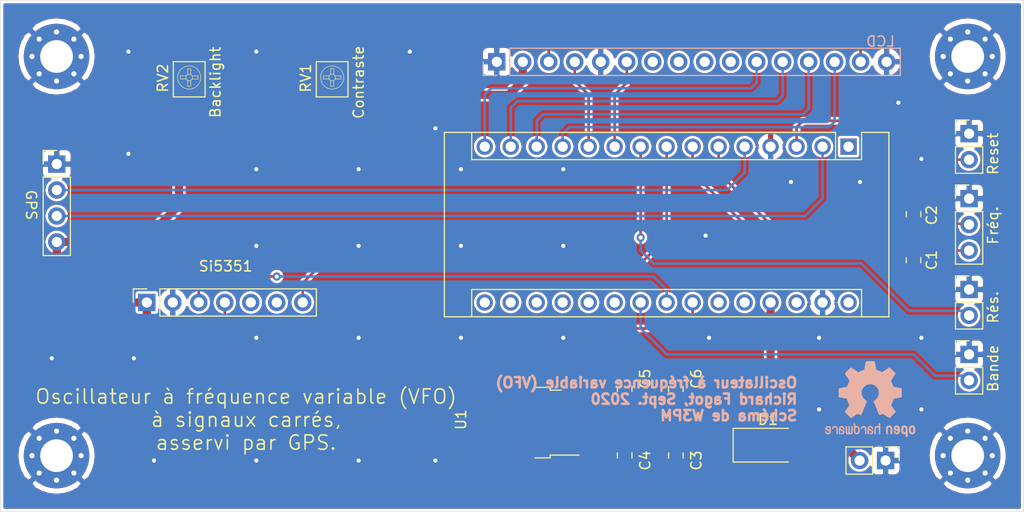
<source format=kicad_pcb>
(kicad_pcb (version 20171130) (host pcbnew "(5.1.6)-1")
  (layers (0 F.Cu signal) (31 B.Cu signal) (34 B.Paste user hide) (35 F.Paste user hide) (36 B.SilkS user) (37 F.SilkS user) (38 B.Mask user hide) (39 F.Mask user) (44 Edge.Cuts user))
  (net 0 "")
  (net 1 "Net-(A1-Pad16)")
  (net 2 D7)
  (net 3 "Net-(A1-Pad30)")
  (net 4 D6)
  (net 5 D5)
  (net 6 "Net-(A1-Pad28)")
  (net 7 D4)
  (net 8 RS)
  (net 9 "Net-(A1-Pad26)")
  (net 10 "Net-(A1-Pad25)")
  (net 11 Résolution)
  (net 12 SCL)
  (net 13 CLK0)
  (net 14 SDA)
  (net 15 RotaryB)
  (net 16 Bande)
  (net 17 RotaryA)
  (net 18 "Net-(A1-Pad21)")
  (net 19 "Net-(A1-Pad20)")
  (net 20 "Net-(A1-Pad19)")
  (net 21 RST)
  (net 22 "Net-(A1-Pad18)")
  (net 23 "Net-(A1-Pad17)")
  (net 24 "Net-(A1-Pad1)")
  (net 25 V0)
  (net 26 A)
  (net 27 "Net-(J8-Pad10)")
  (net 28 "Net-(J8-Pad9)")
  (net 29 "Net-(J8-Pad8)")
  (net 30 "Net-(J8-Pad7)")
  (net 31 +5V)
  (net 32 PPS)
  (net 33 GPS_RX)
  (net 34 E)
  (net 35 +12V)
  (net 36 "Net-(J5-Pad6)")
  (net 37 "Net-(J5-Pad5)")
  (net 38 "Net-(C3-Pad1)")
  (net 39 "Net-(RV2-Pad3)")
  (net 40 GND)
  (module Symbol:OSHW-Logo2_9.8x8mm_SilkScreen (layer B.Cu) (at 185 139 180)
    (fp_text reference REF** hide)
    (fp_text value OSHW-Logo2_9.8x8mm_SilkScreen hide)
  )
  (module Diode_SMD:D_SMA (layer F.Cu) (at 175 143.5)
    (fp_text reference D1 (at 0 -2.5 180) (layer F.SilkS))
    (fp_text value D_Schottky)
    (pad 2 smd rect (at 2 0) (size 2.5 1.8) (layers F.Cu F.Paste F.Mask) (net 35 +12V))
    (pad 1 smd rect (at -2 0) (size 2.5 1.8) (layers F.Cu F.Paste F.Mask) (net 38 "Net-(C3-Pad1)"))
  )
  (module Package_TO_SOT_SMD:TO-252-2 (layer F.Cu) (at 151.2472 141.295 180)
    (fp_text reference U1 (at 6.2472 0.295 270) (layer F.SilkS))
    (fp_text value L7805)
    (pad 2 smd rect (at 2.1 0 180) (size 6.4 5.8) (layers F.Cu F.Mask) (net 40 GND))
    (pad 3 smd rect (at -4.2 2.28 180) (size 2.2 1.2) (layers F.Cu F.Paste F.Mask) (net 31 +5V))
    (pad 1 smd rect (at -4.2 -2.28 180) (size 2.2 1.2) (layers F.Cu F.Paste F.Mask) (net 38 "Net-(C3-Pad1)"))
  )
  (module Module:Arduino_Nano (layer F.Cu) (at 182.88 114.3 270)
    (fp_text reference A1 hide)
    (fp_text value Arduino_Nano_v3.x hide)
    (pad 16 thru_hole oval (at 15.24 35.56 270) (size 1.6 1.6) (drill 1) (layers *.Cu *.Mask) (net 1 "Net-(A1-Pad16)"))
    (pad 15 thru_hole oval (at 0 35.56 270) (size 1.6 1.6) (drill 1) (layers *.Cu *.Mask) (net 7 D4))
    (pad 30 thru_hole oval (at 15.24 0 270) (size 1.6 1.6) (drill 1) (layers *.Cu *.Mask) (net 3 "Net-(A1-Pad30)"))
    (pad 14 thru_hole oval (at 0 33.02 270) (size 1.6 1.6) (drill 1) (layers *.Cu *.Mask) (net 5 D5))
    (pad 29 thru_hole oval (at 15.24 2.54 270) (size 1.6 1.6) (drill 1) (layers *.Cu *.Mask) (net 40 GND))
    (pad 13 thru_hole oval (at 0 30.48 270) (size 1.6 1.6) (drill 1) (layers *.Cu *.Mask) (net 4 D6))
    (pad 28 thru_hole oval (at 15.24 5.08 270) (size 1.6 1.6) (drill 1) (layers *.Cu *.Mask) (net 6 "Net-(A1-Pad28)"))
    (pad 12 thru_hole oval (at 0 27.94 270) (size 1.6 1.6) (drill 1) (layers *.Cu *.Mask) (net 2 D7))
    (pad 27 thru_hole oval (at 15.24 7.62 270) (size 1.6 1.6) (drill 1) (layers *.Cu *.Mask) (net 31 +5V))
    (pad 11 thru_hole oval (at 0 25.4 270) (size 1.6 1.6) (drill 1) (layers *.Cu *.Mask) (net 8 RS))
    (pad 26 thru_hole oval (at 15.24 10.16 270) (size 1.6 1.6) (drill 1) (layers *.Cu *.Mask) (net 9 "Net-(A1-Pad26)"))
    (pad 10 thru_hole oval (at 0 22.86 270) (size 1.6 1.6) (drill 1) (layers *.Cu *.Mask) (net 34 E))
    (pad 25 thru_hole oval (at 15.24 12.7 270) (size 1.6 1.6) (drill 1) (layers *.Cu *.Mask) (net 10 "Net-(A1-Pad25)"))
    (pad 9 thru_hole oval (at 0 20.32 270) (size 1.6 1.6) (drill 1) (layers *.Cu *.Mask) (net 11 Résolution))
    (pad 24 thru_hole oval (at 15.24 15.24 270) (size 1.6 1.6) (drill 1) (layers *.Cu *.Mask) (net 12 SCL))
    (pad 8 thru_hole oval (at 0 17.78 270) (size 1.6 1.6) (drill 1) (layers *.Cu *.Mask) (net 13 CLK0))
    (pad 23 thru_hole oval (at 15.24 17.78 270) (size 1.6 1.6) (drill 1) (layers *.Cu *.Mask) (net 14 SDA))
    (pad 7 thru_hole oval (at 0 15.24 270) (size 1.6 1.6) (drill 1) (layers *.Cu *.Mask) (net 15 RotaryB))
    (pad 22 thru_hole oval (at 15.24 20.32 270) (size 1.6 1.6) (drill 1) (layers *.Cu *.Mask) (net 16 Bande))
    (pad 6 thru_hole oval (at 0 12.7 270) (size 1.6 1.6) (drill 1) (layers *.Cu *.Mask) (net 17 RotaryA))
    (pad 21 thru_hole oval (at 15.24 22.86 270) (size 1.6 1.6) (drill 1) (layers *.Cu *.Mask) (net 18 "Net-(A1-Pad21)"))
    (pad 5 thru_hole oval (at 0 10.16 270) (size 1.6 1.6) (drill 1) (layers *.Cu *.Mask) (net 32 PPS))
    (pad 20 thru_hole oval (at 15.24 25.4 270) (size 1.6 1.6) (drill 1) (layers *.Cu *.Mask) (net 19 "Net-(A1-Pad20)"))
    (pad 4 thru_hole oval (at 0 7.62 270) (size 1.6 1.6) (drill 1) (layers *.Cu *.Mask) (net 40 GND))
    (pad 19 thru_hole oval (at 15.24 27.94 270) (size 1.6 1.6) (drill 1) (layers *.Cu *.Mask) (net 20 "Net-(A1-Pad19)"))
    (pad 3 thru_hole oval (at 0 5.08 270) (size 1.6 1.6) (drill 1) (layers *.Cu *.Mask) (net 21 RST))
    (pad 18 thru_hole oval (at 15.24 30.48 270) (size 1.6 1.6) (drill 1) (layers *.Cu *.Mask) (net 22 "Net-(A1-Pad18)"))
    (pad 2 thru_hole oval (at 0 2.54 270) (size 1.6 1.6) (drill 1) (layers *.Cu *.Mask) (net 33 GPS_RX))
    (pad 17 thru_hole oval (at 15.24 33.02 270) (size 1.6 1.6) (drill 1) (layers *.Cu *.Mask) (net 23 "Net-(A1-Pad17)"))
    (pad 1 thru_hole rect (at 0 0 270) (size 1.6 1.6) (drill 1) (layers *.Cu *.Mask) (net 24 "Net-(A1-Pad1)"))
  )
  (module Connector_PinHeader_2.54mm:PinHeader_1x04_P2.54mm_Vertical (layer F.Cu) (at 105.5 116)
    (fp_text reference J10 hide)
    (fp_text value GPS hide)
    (pad 4 thru_hole oval (at 0 7.62) (size 1.7 1.7) (drill 1) (layers *.Cu *.Mask) (net 31 +5V))
    (pad 3 thru_hole oval (at 0 5.08) (size 1.7 1.7) (drill 1) (layers *.Cu *.Mask) (net 33 GPS_RX))
    (pad 2 thru_hole oval (at 0 2.54) (size 1.7 1.7) (drill 1) (layers *.Cu *.Mask) (net 32 PPS))
    (pad 1 thru_hole rect (at 0 0) (size 1.7 1.7) (drill 1) (layers *.Cu *.Mask) (net 40 GND))
  )
  (module Capacitor_SMD:C_0805_2012Metric (layer F.Cu) (at 166 138 90)
    (fp_text reference C6 (at 1 2 90) (layer F.SilkS))
    (fp_text value 4.7µF)
    (pad 2 smd roundrect (at 0.9375 0 90) (size 0.975 1.4) (layers F.Cu F.Paste F.Mask) (net 40 GND))
    (pad 1 smd roundrect (at -0.9375 0 90) (size 0.975 1.4) (layers F.Cu F.Paste F.Mask) (net 31 +5V))
  )
  (module Capacitor_SMD:C_0805_2012Metric (layer F.Cu) (at 161 138 90)
    (fp_text reference C5 (at 1 2 90) (layer F.SilkS))
    (fp_text value 0.1µF)
    (pad 2 smd roundrect (at 0.9375 0 90) (size 0.975 1.4) (layers F.Cu F.Paste F.Mask) (net 40 GND))
    (pad 1 smd roundrect (at -0.9375 0 90) (size 0.975 1.4) (layers F.Cu F.Paste F.Mask) (net 31 +5V))
  )
  (module Capacitor_SMD:C_0805_2012Metric (layer F.Cu) (at 161 144.5 270)
    (fp_text reference C4 (at 0.5 -2 90) (layer F.SilkS))
    (fp_text value 0.1µF)
    (pad 2 smd roundrect (at 0.9375 0 270) (size 0.975 1.4) (layers F.Cu F.Paste F.Mask) (net 40 GND))
    (pad 1 smd roundrect (at -0.9375 0 270) (size 0.975 1.4) (layers F.Cu F.Paste F.Mask) (net 38 "Net-(C3-Pad1)"))
  )
  (module Capacitor_SMD:C_0805_2012Metric (layer F.Cu) (at 166 144.5 270)
    (fp_text reference C3 (at 0.5 -2 90) (layer F.SilkS))
    (fp_text value 4.7µF)
    (pad 2 smd roundrect (at 0.9375 0 270) (size 0.975 1.4) (layers F.Cu F.Paste F.Mask) (net 40 GND))
    (pad 1 smd roundrect (at -0.9375 0 270) (size 0.975 1.4) (layers F.Cu F.Paste F.Mask) (net 38 "Net-(C3-Pad1)"))
  )
  (module Capacitor_SMD:C_0805_2012Metric (layer F.Cu) (at 189.23 120.904 270)
    (fp_text reference C2 (at 0.096 -1.77 90) (layer F.SilkS))
    (fp_text value 0.1µF)
    (pad 2 smd roundrect (at 0.9375 0 270) (size 0.975 1.4) (layers F.Cu F.Paste F.Mask) (net 17 RotaryA))
    (pad 1 smd roundrect (at -0.9375 0 270) (size 0.975 1.4) (layers F.Cu F.Paste F.Mask) (net 40 GND))
  )
  (module Capacitor_SMD:C_0805_2012Metric (layer F.Cu) (at 189.23 125.3975 90)
    (fp_text reference C1 (at 0 1.77 90) (layer F.SilkS))
    (fp_text value 0.1µF)
    (pad 2 smd roundrect (at 0.9375 0 90) (size 0.975 1.4) (layers F.Cu F.Paste F.Mask) (net 15 RotaryB))
    (pad 1 smd roundrect (at -0.9375 0 90) (size 0.975 1.4) (layers F.Cu F.Paste F.Mask) (net 40 GND))
  )
  (module Connector_PinHeader_2.54mm:PinHeader_1x02_P2.54mm_Vertical (layer F.Cu) (at 186.5 145 270)
    (fp_text reference J9 hide)
    (fp_text value "Alim +12V" hide)
    (pad 2 thru_hole oval (at 0 2.54 270) (size 1.7 1.7) (drill 1) (layers *.Cu *.Mask) (net 35 +12V))
    (pad 1 thru_hole rect (at 0 0 270) (size 1.7 1.7) (drill 1) (layers *.Cu *.Mask) (net 40 GND))
  )
  (module Connector_PinSocket_2.54mm:PinSocket_1x16_P2.54mm_Vertical (layer B.Cu) (at 148.5 106 270)
    (fp_text reference J8 hide)
    (fp_text value LCD hide)
    (pad 16 thru_hole oval (at 0 -38.1 270) (size 1.7 1.7) (drill 1) (layers *.Cu *.Mask) (net 40 GND))
    (pad 15 thru_hole oval (at 0 -35.56 270) (size 1.7 1.7) (drill 1) (layers *.Cu *.Mask) (net 26 A))
    (pad 14 thru_hole oval (at 0 -33.02 270) (size 1.7 1.7) (drill 1) (layers *.Cu *.Mask) (net 2 D7))
    (pad 13 thru_hole oval (at 0 -30.48 270) (size 1.7 1.7) (drill 1) (layers *.Cu *.Mask) (net 4 D6))
    (pad 12 thru_hole oval (at 0 -27.94 270) (size 1.7 1.7) (drill 1) (layers *.Cu *.Mask) (net 5 D5))
    (pad 11 thru_hole oval (at 0 -25.4 270) (size 1.7 1.7) (drill 1) (layers *.Cu *.Mask) (net 7 D4))
    (pad 10 thru_hole oval (at 0 -22.86 270) (size 1.7 1.7) (drill 1) (layers *.Cu *.Mask) (net 27 "Net-(J8-Pad10)"))
    (pad 9 thru_hole oval (at 0 -20.32 270) (size 1.7 1.7) (drill 1) (layers *.Cu *.Mask) (net 28 "Net-(J8-Pad9)"))
    (pad 8 thru_hole oval (at 0 -17.78 270) (size 1.7 1.7) (drill 1) (layers *.Cu *.Mask) (net 29 "Net-(J8-Pad8)"))
    (pad 7 thru_hole oval (at 0 -15.24 270) (size 1.7 1.7) (drill 1) (layers *.Cu *.Mask) (net 30 "Net-(J8-Pad7)"))
    (pad 6 thru_hole oval (at 0 -12.7 270) (size 1.7 1.7) (drill 1) (layers *.Cu *.Mask) (net 34 E))
    (pad 5 thru_hole oval (at 0 -10.16 270) (size 1.7 1.7) (drill 1) (layers *.Cu *.Mask) (net 40 GND))
    (pad 4 thru_hole oval (at 0 -7.62 270) (size 1.7 1.7) (drill 1) (layers *.Cu *.Mask) (net 8 RS))
    (pad 3 thru_hole oval (at 0 -5.08 270) (size 1.7 1.7) (drill 1) (layers *.Cu *.Mask) (net 25 V0))
    (pad 2 thru_hole oval (at 0 -2.54 270) (size 1.7 1.7) (drill 1) (layers *.Cu *.Mask) (net 31 +5V))
    (pad 1 thru_hole rect (at 0 0 270) (size 1.7 1.7) (drill 1) (layers *.Cu *.Mask) (net 40 GND))
  )
  (module Connector_PinSocket_2.54mm:PinSocket_1x07_P2.54mm_Vertical (layer F.Cu) (at 114.3 129.54 90)
    (fp_text reference J5 hide)
    (fp_text value Si5351 hide)
    (pad 7 thru_hole oval (at 0 15.24 90) (size 1.7 1.7) (drill 1) (layers *.Cu *.Mask) (net 13 CLK0))
    (pad 6 thru_hole oval (at 0 12.7 90) (size 1.7 1.7) (drill 1) (layers *.Cu *.Mask) (net 36 "Net-(J5-Pad6)"))
    (pad 5 thru_hole oval (at 0 10.16 90) (size 1.7 1.7) (drill 1) (layers *.Cu *.Mask) (net 37 "Net-(J5-Pad5)"))
    (pad 4 thru_hole oval (at 0 7.62 90) (size 1.7 1.7) (drill 1) (layers *.Cu *.Mask) (net 12 SCL))
    (pad 3 thru_hole oval (at 0 5.08 90) (size 1.7 1.7) (drill 1) (layers *.Cu *.Mask) (net 14 SDA))
    (pad 2 thru_hole oval (at 0 2.54 90) (size 1.7 1.7) (drill 1) (layers *.Cu *.Mask) (net 40 GND))
    (pad 1 thru_hole rect (at 0 0 90) (size 1.7 1.7) (drill 1) (layers *.Cu *.Mask) (net 31 +5V))
  )
  (module Connector_PinHeader_2.54mm:PinHeader_1x02_P2.54mm_Vertical (layer F.Cu) (at 194.66 128.27)
    (fp_text reference J4 hide)
    (fp_text value Résolution hide)
    (pad 2 thru_hole oval (at 0 2.54) (size 1.7 1.7) (drill 1) (layers *.Cu *.Mask) (net 11 Résolution))
    (pad 1 thru_hole rect (at 0 0) (size 1.7 1.7) (drill 1) (layers *.Cu *.Mask) (net 40 GND))
  )
  (module Connector_PinHeader_2.54mm:PinHeader_1x02_P2.54mm_Vertical (layer F.Cu) (at 194.66 113.03)
    (fp_text reference J3 hide)
    (fp_text value Reset hide)
    (pad 2 thru_hole oval (at 0 2.54) (size 1.7 1.7) (drill 1) (layers *.Cu *.Mask) (net 21 RST))
    (pad 1 thru_hole rect (at 0 0) (size 1.7 1.7) (drill 1) (layers *.Cu *.Mask) (net 40 GND))
  )
  (module Connector_PinHeader_2.54mm:PinHeader_1x02_P2.54mm_Vertical (layer F.Cu) (at 194.66 134.62)
    (fp_text reference J2 hide)
    (fp_text value Bande hide)
    (pad 2 thru_hole oval (at 0 2.54) (size 1.7 1.7) (drill 1) (layers *.Cu *.Mask) (net 16 Bande))
    (pad 1 thru_hole rect (at 0 0) (size 1.7 1.7) (drill 1) (layers *.Cu *.Mask) (net 40 GND))
  )
  (module Connector_PinHeader_2.54mm:PinHeader_1x03_P2.54mm_Vertical (layer F.Cu) (at 194.66 119.38)
    (fp_text reference J1 hide)
    (fp_text value Fréquence hide)
    (pad 3 thru_hole oval (at 0 5.08) (size 1.7 1.7) (drill 1) (layers *.Cu *.Mask) (net 15 RotaryB))
    (pad 2 thru_hole oval (at 0 2.54) (size 1.7 1.7) (drill 1) (layers *.Cu *.Mask) (net 17 RotaryA))
    (pad 1 thru_hole rect (at 0 0) (size 1.7 1.7) (drill 1) (layers *.Cu *.Mask) (net 40 GND))
  )
  (module MountingHole:MountingHole_3.2mm_M3_Pad_Via (layer F.Cu) (at 105.475 105.475)
    (fp_text reference TP1 hide)
    (fp_text value TestPoint_Alt hide)
    (pad 1 thru_hole circle (at 1.697056 -1.697056) (size 0.8 0.8) (drill 0.5) (layers *.Cu *.Mask) (net 40 GND))
    (pad 1 thru_hole circle (at 0 -2.4) (size 0.8 0.8) (drill 0.5) (layers *.Cu *.Mask) (net 40 GND))
    (pad 1 thru_hole circle (at -1.697056 -1.697056) (size 0.8 0.8) (drill 0.5) (layers *.Cu *.Mask) (net 40 GND))
    (pad 1 thru_hole circle (at -2.4 0) (size 0.8 0.8) (drill 0.5) (layers *.Cu *.Mask) (net 40 GND))
    (pad 1 thru_hole circle (at -1.697056 1.697056) (size 0.8 0.8) (drill 0.5) (layers *.Cu *.Mask) (net 40 GND))
    (pad 1 thru_hole circle (at 0 2.4) (size 0.8 0.8) (drill 0.5) (layers *.Cu *.Mask) (net 40 GND))
    (pad 1 thru_hole circle (at 1.697056 1.697056) (size 0.8 0.8) (drill 0.5) (layers *.Cu *.Mask) (net 40 GND))
    (pad 1 thru_hole circle (at 2.4 0) (size 0.8 0.8) (drill 0.5) (layers *.Cu *.Mask) (net 40 GND))
    (pad 1 thru_hole circle (at 0 0) (size 6.4 6.4) (drill 3.2) (layers *.Cu *.Mask) (net 40 GND))
  )
  (module MountingHole:MountingHole_3.2mm_M3_Pad_Via (layer F.Cu) (at 194.525 144.525)
    (fp_text reference TP2 hide)
    (fp_text value TestPoint_Alt hide)
    (pad 1 thru_hole circle (at 0 0) (size 6.4 6.4) (drill 3.2) (layers *.Cu *.Mask) (net 40 GND))
    (pad 1 thru_hole circle (at 2.4 0) (size 0.8 0.8) (drill 0.5) (layers *.Cu *.Mask) (net 40 GND))
    (pad 1 thru_hole circle (at 1.697056 1.697056) (size 0.8 0.8) (drill 0.5) (layers *.Cu *.Mask) (net 40 GND))
    (pad 1 thru_hole circle (at 0 2.4) (size 0.8 0.8) (drill 0.5) (layers *.Cu *.Mask) (net 40 GND))
    (pad 1 thru_hole circle (at -1.697056 1.697056) (size 0.8 0.8) (drill 0.5) (layers *.Cu *.Mask) (net 40 GND))
    (pad 1 thru_hole circle (at -2.4 0) (size 0.8 0.8) (drill 0.5) (layers *.Cu *.Mask) (net 40 GND))
    (pad 1 thru_hole circle (at -1.697056 -1.697056) (size 0.8 0.8) (drill 0.5) (layers *.Cu *.Mask) (net 40 GND))
    (pad 1 thru_hole circle (at 0 -2.4) (size 0.8 0.8) (drill 0.5) (layers *.Cu *.Mask) (net 40 GND))
    (pad 1 thru_hole circle (at 1.697056 -1.697056) (size 0.8 0.8) (drill 0.5) (layers *.Cu *.Mask) (net 40 GND))
  )
  (module MountingHole:MountingHole_3.2mm_M3_Pad_Via (layer F.Cu) (at 194.525 105.475)
    (fp_text reference TP3 hide)
    (fp_text value TestPoint_Alt hide)
    (pad 1 thru_hole circle (at 1.697056 -1.697056) (size 0.8 0.8) (drill 0.5) (layers *.Cu *.Mask) (net 40 GND))
    (pad 1 thru_hole circle (at 0 -2.4) (size 0.8 0.8) (drill 0.5) (layers *.Cu *.Mask) (net 40 GND))
    (pad 1 thru_hole circle (at -1.697056 -1.697056) (size 0.8 0.8) (drill 0.5) (layers *.Cu *.Mask) (net 40 GND))
    (pad 1 thru_hole circle (at -2.4 0) (size 0.8 0.8) (drill 0.5) (layers *.Cu *.Mask) (net 40 GND))
    (pad 1 thru_hole circle (at -1.697056 1.697056) (size 0.8 0.8) (drill 0.5) (layers *.Cu *.Mask) (net 40 GND))
    (pad 1 thru_hole circle (at 0 2.4) (size 0.8 0.8) (drill 0.5) (layers *.Cu *.Mask) (net 40 GND))
    (pad 1 thru_hole circle (at 1.697056 1.697056) (size 0.8 0.8) (drill 0.5) (layers *.Cu *.Mask) (net 40 GND))
    (pad 1 thru_hole circle (at 2.4 0) (size 0.8 0.8) (drill 0.5) (layers *.Cu *.Mask) (net 40 GND))
    (pad 1 thru_hole circle (at 0 0) (size 6.4 6.4) (drill 3.2) (layers *.Cu *.Mask) (net 40 GND))
  )
  (module MountingHole:MountingHole_3.2mm_M3_Pad_Via (layer F.Cu) (at 105.475 144.525)
    (fp_text reference TP4 hide)
    (fp_text value TestPoint_Alt hide)
    (pad 1 thru_hole circle (at 0 0) (size 6.4 6.4) (drill 3.2) (layers *.Cu *.Mask) (net 40 GND))
    (pad 1 thru_hole circle (at 2.4 0) (size 0.8 0.8) (drill 0.5) (layers *.Cu *.Mask) (net 40 GND))
    (pad 1 thru_hole circle (at 1.697056 1.697056) (size 0.8 0.8) (drill 0.5) (layers *.Cu *.Mask) (net 40 GND))
    (pad 1 thru_hole circle (at 0 2.4) (size 0.8 0.8) (drill 0.5) (layers *.Cu *.Mask) (net 40 GND))
    (pad 1 thru_hole circle (at -1.697056 1.697056) (size 0.8 0.8) (drill 0.5) (layers *.Cu *.Mask) (net 40 GND))
    (pad 1 thru_hole circle (at -2.4 0) (size 0.8 0.8) (drill 0.5) (layers *.Cu *.Mask) (net 40 GND))
    (pad 1 thru_hole circle (at -1.697056 -1.697056) (size 0.8 0.8) (drill 0.5) (layers *.Cu *.Mask) (net 40 GND))
    (pad 1 thru_hole circle (at 0 -2.4) (size 0.8 0.8) (drill 0.5) (layers *.Cu *.Mask) (net 40 GND))
    (pad 1 thru_hole circle (at 1.697056 -1.697056) (size 0.8 0.8) (drill 0.5) (layers *.Cu *.Mask) (net 40 GND))
  )
  (module rfa_trimmer:trimmer_3x3 (layer F.Cu) (at 130.81 105.41)
    (fp_text reference RV1 (at -0.98 2.18 90) (layer F.SilkS))
    (fp_text value Contraste hide)
    (pad 3 smd rect (at 2.6 4) (size 1.2 1.2) (layers F.Cu F.Paste F.Mask) (net 40 GND))
    (pad 1 smd rect (at 0.6 4) (size 1.2 1.2) (layers F.Cu F.Paste F.Mask) (net 31 +5V))
    (pad 2 smd rect (at 1.6 0.75) (size 1.6 1.5) (layers F.Cu F.Paste F.Mask) (net 25 V0))
  )
  (module rfa_trimmer:trimmer_3x3 (layer F.Cu) (at 116.84 105.41)
    (fp_text reference RV2 (at -0.98 2.18 90) (layer F.SilkS))
    (fp_text value Backlight hide)
    (pad 2 smd rect (at 1.6 0.75) (size 1.6 1.5) (layers F.Cu F.Paste F.Mask) (net 26 A))
    (pad 1 smd rect (at 0.6 4) (size 1.2 1.2) (layers F.Cu F.Paste F.Mask) (net 31 +5V))
    (pad 3 smd rect (at 2.6 4) (size 1.2 1.2) (layers F.Cu F.Paste F.Mask) (net 39 "Net-(RV2-Pad3)"))
  )
  (gr_text "Oscillateur à fréquence variable (VFO)\nà signaux carrés,\nasservi par GPS." (at 124 141) (layer F.SilkS) (effects (font (size 1.4 1.4))))
  (gr_text "Oscillateur à fréquence variable (VFO)\nRichard Fagot, Sept. 2020\nSchéma de W3PM" (at 178 139) (layer B.SilkS) (effects (font (size 1 1) (thickness 0.25)) (justify left mirror)))
  (gr_text LCD (at 186 104) (layer B.SilkS) (effects (font (size 1 1)) (justify mirror)))
  (gr_text Bande (at 197 136 90) (layer F.SilkS) (effects (font (size 1 1))))
  (gr_text Fréq. (at 197 122 90) (layer F.SilkS) (effects (font (size 1 1))))
  (gr_text Rés. (at 197 130 90) (layer F.SilkS) (effects (font (size 1 1))))
  (gr_text Reset (at 197 115 90) (layer F.SilkS) (effects (font (size 1 1))))
  (gr_text GPS (at 103 120 270) (layer F.SilkS) (effects (font (size 1 1))))
  (gr_text Si5351 (at 122 126) (layer F.SilkS) (effects (font (size 1 1))))
  (gr_text Backlight (at 121 108 90) (layer F.SilkS) (effects (font (size 1 1))))
  (gr_text Contraste (at 135 108 90) (layer F.SilkS) (effects (font (size 1 1))))
  (gr_line (start 100 150) (end 100 100) (layer Edge.Cuts) (width 0.05))
  (gr_line (start 200 150) (end 100 150) (layer Edge.Cuts) (width 0.05))
  (gr_line (start 200 100) (end 200 150) (layer Edge.Cuts) (width 0.05))
  (gr_line (start 100 100) (end 200 100) (layer Edge.Cuts) (width 0.05))
  (segment (start 154.94 114.3) (end 154.94 113.03) (width 0.25) (layer B.Cu) (net 2))
  (segment (start 154.94 113.03) (end 155.575 112.395) (width 0.25) (layer B.Cu) (net 2))
  (segment (start 155.575 112.395) (end 180.975 112.395) (width 0.25) (layer B.Cu) (net 2))
  (segment (start 181.52 111.85) (end 181.52 106) (width 0.25) (layer B.Cu) (net 2))
  (segment (start 180.975 112.395) (end 181.52 111.85) (width 0.25) (layer B.Cu) (net 2))
  (segment (start 152.4 114.3) (end 152.4 111.76) (width 0.25) (layer B.Cu) (net 4))
  (segment (start 152.4 111.76) (end 153.035 111.125) (width 0.25) (layer B.Cu) (net 4))
  (segment (start 153.035 111.125) (end 178.435 111.125) (width 0.25) (layer B.Cu) (net 4))
  (segment (start 178.98 110.58) (end 178.98 106) (width 0.25) (layer B.Cu) (net 4))
  (segment (start 178.435 111.125) (end 178.98 110.58) (width 0.25) (layer B.Cu) (net 4))
  (segment (start 149.86 114.3) (end 149.86 110.49) (width 0.25) (layer B.Cu) (net 5))
  (segment (start 149.86 110.49) (end 150.495 109.855) (width 0.25) (layer B.Cu) (net 5))
  (segment (start 150.495 109.855) (end 175.895 109.855) (width 0.25) (layer B.Cu) (net 5))
  (segment (start 176.44 109.31) (end 176.44 106) (width 0.25) (layer B.Cu) (net 5))
  (segment (start 175.895 109.855) (end 176.44 109.31) (width 0.25) (layer B.Cu) (net 5))
  (segment (start 173.9 108.04) (end 173.9 106) (width 0.25) (layer B.Cu) (net 7))
  (segment (start 147.955 108.585) (end 173.355 108.585) (width 0.25) (layer B.Cu) (net 7))
  (segment (start 173.355 108.585) (end 173.9 108.04) (width 0.25) (layer B.Cu) (net 7))
  (segment (start 147.32 114.3) (end 147.32 109.22) (width 0.25) (layer B.Cu) (net 7))
  (segment (start 147.32 109.22) (end 147.955 108.585) (width 0.25) (layer B.Cu) (net 7))
  (segment (start 156.12 106) (end 156.12 107.86) (width 0.25) (layer F.Cu) (net 8))
  (segment (start 156.12 107.86) (end 157.48 109.22) (width 0.25) (layer F.Cu) (net 8))
  (segment (start 157.48 109.22) (end 157.48 114.3) (width 0.25) (layer F.Cu) (net 8))
  (segment (start 194.66 130.35) (end 188.77 130.35) (width 0.25) (layer B.Cu) (net 11))
  (segment (start 188.77 130.35) (end 184.15 125.73) (width 0.25) (layer B.Cu) (net 11))
  (segment (start 184.15 125.73) (end 163.83 125.73) (width 0.25) (layer B.Cu) (net 11))
  (segment (start 163.83 125.73) (end 162.56 124.46) (width 0.25) (layer B.Cu) (net 11))
  (via (at 162.56 123.19) (size 0.8) (drill 0.4) (layers F.Cu B.Cu) (net 11))
  (segment (start 162.56 124.46) (end 162.56 123.19) (width 0.25) (layer B.Cu) (net 11))
  (segment (start 162.56 123.19) (end 162.56 114.3) (width 0.25) (layer F.Cu) (net 11))
  (segment (start 121.92 129.54) (end 121.92 130.81) (width 0.25) (layer F.Cu) (net 12))
  (segment (start 121.92 130.81) (end 123.19 132.08) (width 0.25) (layer F.Cu) (net 12))
  (segment (start 123.19 132.08) (end 166.37 132.08) (width 0.25) (layer F.Cu) (net 12))
  (segment (start 167.64 130.81) (end 167.64 129.54) (width 0.25) (layer F.Cu) (net 12))
  (segment (start 166.37 132.08) (end 167.64 130.81) (width 0.25) (layer F.Cu) (net 12))
  (segment (start 165.1 123.19) (end 165.1 114.3) (width 0.25) (layer F.Cu) (net 13))
  (segment (start 162.56 125.73) (end 165.1 123.19) (width 0.25) (layer F.Cu) (net 13))
  (segment (start 129.54 130) (end 129.54 127.635) (width 0.25) (layer F.Cu) (net 13))
  (segment (start 131.445 125.73) (end 162.56 125.73) (width 0.25) (layer F.Cu) (net 13))
  (segment (start 129.54 127.635) (end 131.445 125.73) (width 0.25) (layer F.Cu) (net 13))
  (segment (start 119.38 129.54) (end 119.38 128.27) (width 0.25) (layer F.Cu) (net 14))
  (segment (start 119.38 128.27) (end 120.65 127) (width 0.25) (layer F.Cu) (net 14))
  (via (at 127 127) (size 0.8) (drill 0.4) (layers F.Cu B.Cu) (net 14))
  (segment (start 120.65 127) (end 127 127) (width 0.25) (layer F.Cu) (net 14))
  (segment (start 127 127) (end 163.83 127) (width 0.25) (layer B.Cu) (net 14))
  (segment (start 163.83 127) (end 165.1 128.27) (width 0.25) (layer B.Cu) (net 14))
  (segment (start 165.1 128.27) (end 165.1 129.54) (width 0.25) (layer B.Cu) (net 14))
  (segment (start 189.23 124.46) (end 194.66 124.46) (width 0.25) (layer F.Cu) (net 15))
  (segment (start 167.64 116.84) (end 167.64 114.3) (width 0.25) (layer F.Cu) (net 15))
  (segment (start 189.23 124.46) (end 175.26 124.46) (width 0.25) (layer F.Cu) (net 15))
  (segment (start 175.26 124.46) (end 167.64 116.84) (width 0.25) (layer F.Cu) (net 15))
  (segment (start 162.56 129.54) (end 162.56 132.08) (width 0.25) (layer B.Cu) (net 16))
  (segment (start 189.23 134.62) (end 191.31 136.7) (width 0.25) (layer B.Cu) (net 16))
  (segment (start 191.31 136.7) (end 194.66 136.7) (width 0.25) (layer B.Cu) (net 16))
  (segment (start 165.1 134.62) (end 189.23 134.62) (width 0.25) (layer B.Cu) (net 16))
  (segment (start 162.56 132.08) (end 165.1 134.62) (width 0.25) (layer B.Cu) (net 16))
  (segment (start 194.5815 121.8415) (end 194.66 121.92) (width 0.25) (layer F.Cu) (net 17))
  (segment (start 189.23 121.8415) (end 194.5815 121.8415) (width 0.25) (layer F.Cu) (net 17))
  (segment (start 189.1515 121.92) (end 189.23 121.8415) (width 0.25) (layer F.Cu) (net 17))
  (segment (start 175.26 121.92) (end 189.1515 121.92) (width 0.25) (layer F.Cu) (net 17))
  (segment (start 170.18 114.3) (end 170.18 116.84) (width 0.25) (layer F.Cu) (net 17))
  (segment (start 170.18 116.84) (end 175.26 121.92) (width 0.25) (layer F.Cu) (net 17))
  (segment (start 194.66 115.57) (end 193.04 115.57) (width 0.25) (layer F.Cu) (net 21))
  (segment (start 193.04 115.57) (end 189.23 111.76) (width 0.25) (layer F.Cu) (net 21))
  (segment (start 189.23 111.76) (end 178.435 111.76) (width 0.25) (layer F.Cu) (net 21))
  (segment (start 178.435 111.76) (end 177.8 112.395) (width 0.25) (layer F.Cu) (net 21))
  (segment (start 177.8 112.395) (end 177.8 114.3) (width 0.25) (layer F.Cu) (net 21))
  (segment (start 153.58 104.05) (end 153.58 106) (width 0.25) (layer F.Cu) (net 25))
  (segment (start 153.035 103.505) (end 153.58 104.05) (width 0.25) (layer F.Cu) (net 25))
  (segment (start 132.715 103.505) (end 153.035 103.505) (width 0.25) (layer F.Cu) (net 25))
  (segment (start 132.08 105.75) (end 132.08 104.14) (width 0.25) (layer F.Cu) (net 25))
  (segment (start 132.08 104.14) (end 132.715 103.505) (width 0.25) (layer F.Cu) (net 25))
  (segment (start 184.06 104.05) (end 184.06 106) (width 0.25) (layer F.Cu) (net 26))
  (segment (start 118.745 102.87) (end 182.88 102.87) (width 0.25) (layer F.Cu) (net 26))
  (segment (start 118.11 105.75) (end 118.11 103.505) (width 0.25) (layer F.Cu) (net 26))
  (segment (start 182.88 102.87) (end 184.06 104.05) (width 0.25) (layer F.Cu) (net 26))
  (segment (start 118.11 103.505) (end 118.745 102.87) (width 0.25) (layer F.Cu) (net 26))
  (segment (start 155.4472 139.015) (end 155.525 139.015) (width 0.8) (layer F.Cu) (net 31))
  (segment (start 105.5 123.62) (end 105.5 128.36) (width 0.8) (layer F.Cu) (net 31))
  (segment (start 106.68 129.54) (end 114.3 129.54) (width 0.8) (layer F.Cu) (net 31))
  (segment (start 105.5 128.36) (end 106.68 129.54) (width 0.8) (layer F.Cu) (net 31))
  (segment (start 160.9225 139.015) (end 161 138.9375) (width 0.8) (layer F.Cu) (net 31))
  (segment (start 155.4472 139.015) (end 160.9225 139.015) (width 0.8) (layer F.Cu) (net 31))
  (segment (start 161 138.9375) (end 166 138.9375) (width 0.8) (layer F.Cu) (net 31))
  (segment (start 166 138.9375) (end 173.4825 138.9375) (width 0.8) (layer F.Cu) (net 31))
  (segment (start 175.26 137.16) (end 175.26 129.54) (width 0.8) (layer F.Cu) (net 31))
  (segment (start 173.4825 138.9375) (end 175.26 137.16) (width 0.8) (layer F.Cu) (net 31))
  (segment (start 151.04 107.86) (end 151.04 106) (width 0.8) (layer F.Cu) (net 31))
  (segment (start 140.97 109.22) (end 149.68 109.22) (width 0.8) (layer F.Cu) (net 31))
  (segment (start 149.68 109.22) (end 151.04 107.86) (width 0.8) (layer F.Cu) (net 31))
  (segment (start 135.89 114.3) (end 140.97 109.22) (width 0.8) (layer F.Cu) (net 31))
  (segment (start 155.4472 136.9472) (end 155.4472 139.015) (width 0.8) (layer F.Cu) (net 31))
  (segment (start 154.39 135.89) (end 155.4472 136.9472) (width 0.8) (layer F.Cu) (net 31))
  (segment (start 114.3 129.54) (end 114.3 132.08) (width 0.8) (layer F.Cu) (net 31))
  (segment (start 118.11 135.89) (end 154.39 135.89) (width 0.8) (layer F.Cu) (net 31))
  (segment (start 114.3 132.08) (end 118.11 135.89) (width 0.8) (layer F.Cu) (net 31))
  (segment (start 135.255 114.3) (end 135.89 114.3) (width 0.8) (layer F.Cu) (net 31))
  (segment (start 131.41 109.41) (end 131.41 111.795) (width 0.8) (layer F.Cu) (net 31))
  (segment (start 131.41 111.795) (end 128.905 114.3) (width 0.8) (layer F.Cu) (net 31))
  (segment (start 128.905 114.3) (end 135.89 114.3) (width 0.8) (layer F.Cu) (net 31))
  (segment (start 105.5 123.62) (end 113.87 123.62) (width 0.8) (layer F.Cu) (net 31))
  (segment (start 113.87 123.62) (end 117.44 120.05) (width 0.8) (layer F.Cu) (net 31))
  (segment (start 119.38 114.3) (end 117.44 116.24) (width 0.8) (layer F.Cu) (net 31))
  (segment (start 128.905 114.3) (end 119.38 114.3) (width 0.8) (layer F.Cu) (net 31))
  (segment (start 117.44 120.05) (end 117.44 116.24) (width 0.8) (layer F.Cu) (net 31))
  (segment (start 117.44 116.24) (end 117.44 109.41) (width 0.8) (layer F.Cu) (net 31))
  (segment (start 105.5 118.54) (end 171.02 118.54) (width 0.25) (layer B.Cu) (net 32))
  (segment (start 172.72 116.84) (end 172.72 114.3) (width 0.25) (layer B.Cu) (net 32))
  (segment (start 171.02 118.54) (end 172.72 116.84) (width 0.25) (layer B.Cu) (net 32))
  (segment (start 105.5 121.08) (end 178.64 121.08) (width 0.25) (layer B.Cu) (net 33))
  (segment (start 180.34 119.38) (end 180.34 114.3) (width 0.25) (layer B.Cu) (net 33))
  (segment (start 178.64 121.08) (end 180.34 119.38) (width 0.25) (layer B.Cu) (net 33))
  (segment (start 161.2 106) (end 161.2 108.04) (width 0.25) (layer F.Cu) (net 34))
  (segment (start 160.02 109.22) (end 160.02 114.3) (width 0.25) (layer F.Cu) (net 34))
  (segment (start 161.2 108.04) (end 160.02 109.22) (width 0.25) (layer F.Cu) (net 34))
  (segment (start 182.46 143.5) (end 183.96 145) (width 0.8) (layer F.Cu) (net 35))
  (segment (start 177 143.5) (end 182.46 143.5) (width 0.8) (layer F.Cu) (net 35))
  (segment (start 160.9875 143.575) (end 161 143.5625) (width 0.8) (layer F.Cu) (net 38))
  (segment (start 155.4472 143.575) (end 160.9875 143.575) (width 0.8) (layer F.Cu) (net 38))
  (segment (start 161 143.5625) (end 166 143.5625) (width 0.8) (layer F.Cu) (net 38))
  (segment (start 172.9375 143.5625) (end 173 143.5) (width 0.8) (layer F.Cu) (net 38))
  (segment (start 166 143.5625) (end 172.9375 143.5625) (width 0.8) (layer F.Cu) (net 38))
  (via (at 125 105) (size 0.8) (drill 0.4) (layers F.Cu B.Cu) (net 40))
  (via (at 140 105) (size 0.8) (drill 0.4) (layers F.Cu B.Cu) (net 40))
  (via (at 125 145) (size 0.8) (drill 0.4) (layers F.Cu B.Cu) (net 40))
  (via (at 115 145) (size 0.8) (drill 0.4) (layers F.Cu B.Cu) (net 40))
  (via (at 113.03 135) (size 0.8) (drill 0.4) (layers F.Cu B.Cu) (net 40))
  (via (at 135 145) (size 0.8) (drill 0.4) (layers F.Cu B.Cu) (net 40))
  (via (at 105 135) (size 0.8) (drill 0.4) (layers F.Cu B.Cu) (net 40))
  (via (at 112.5 105) (size 0.8) (drill 0.4) (layers F.Cu B.Cu) (net 40))
  (via (at 112.5 115) (size 0.8) (drill 0.4) (layers F.Cu B.Cu) (net 40))
  (via (at 125 124) (size 0.8) (drill 0.4) (layers F.Cu B.Cu) (net 40))
  (via (at 142.5 145) (size 0.8) (drill 0.4) (layers F.Cu B.Cu) (net 40))
  (via (at 190 140) (size 0.8) (drill 0.4) (layers F.Cu B.Cu) (net 40))
  (via (at 135 133) (size 0.8) (drill 0.4) (layers F.Cu B.Cu) (net 40))
  (via (at 125 116.5) (size 0.8) (drill 0.4) (layers F.Cu B.Cu) (net 40))
  (via (at 145 133) (size 0.8) (drill 0.4) (layers F.Cu B.Cu) (net 40))
  (via (at 155 133) (size 0.8) (drill 0.4) (layers F.Cu B.Cu) (net 40))
  (via (at 180 133) (size 0.8) (drill 0.4) (layers F.Cu B.Cu) (net 40))
  (via (at 135 124) (size 0.8) (drill 0.4) (layers F.Cu B.Cu) (net 40))
  (via (at 145 124) (size 0.8) (drill 0.4) (layers F.Cu B.Cu) (net 40))
  (via (at 155 124) (size 0.8) (drill 0.4) (layers F.Cu B.Cu) (net 40))
  (via (at 168.91 123) (size 0.8) (drill 0.4) (layers F.Cu B.Cu) (net 40))
  (via (at 125 133) (size 0.8) (drill 0.4) (layers F.Cu B.Cu) (net 40))
  (via (at 180 140) (size 0.8) (drill 0.4) (layers F.Cu B.Cu) (net 40))
  (via (at 135 116.5) (size 0.8) (drill 0.4) (layers F.Cu B.Cu) (net 40))
  (via (at 142.5 112.5) (size 0.8) (drill 0.4) (layers F.Cu B.Cu) (net 40))
  (via (at 169.25 133) (size 0.8) (drill 0.4) (layers F.Cu B.Cu) (net 40))
  (via (at 190 133) (size 0.8) (drill 0.4) (layers F.Cu B.Cu) (net 40))
  (via (at 145 116.5) (size 0.8) (drill 0.4) (layers F.Cu B.Cu) (net 40))
  (via (at 155 116.5) (size 0.8) (drill 0.4) (layers F.Cu B.Cu) (net 40))
  (via (at 177.25 117.75) (size 0.8) (drill 0.4) (layers F.Cu B.Cu) (net 40))
  (via (at 184 117.75) (size 0.8) (drill 0.4) (layers F.Cu B.Cu) (net 40))
  (via (at 190 115.5) (size 0.8) (drill 0.4) (layers F.Cu B.Cu) (net 40))
  (via (at 187.75 110) (size 0.8) (drill 0.4) (layers F.Cu B.Cu) (net 40))
  (zone (net 40) (net_name GND) (layer F.Cu) (connect_pads (clearance 0.254)) (min_thickness 0.254) (fill yes (arc_segments 32) (thermal_gap 0.508) (thermal_bridge_width 0.508))
    (polygon (pts (xy 200 150) (xy 100 150) (xy 100 100) (xy 200 100)))
  )
  (zone (net 40) (net_name GND) (layer B.Cu) (connect_pads (clearance 0.254)) (min_thickness 0.254) (fill yes (arc_segments 32) (thermal_gap 0.508) (thermal_bridge_width 0.508))
    (polygon (pts (xy 200 150) (xy 100 150) (xy 100 100) (xy 200 100)))
  )
)
</source>
